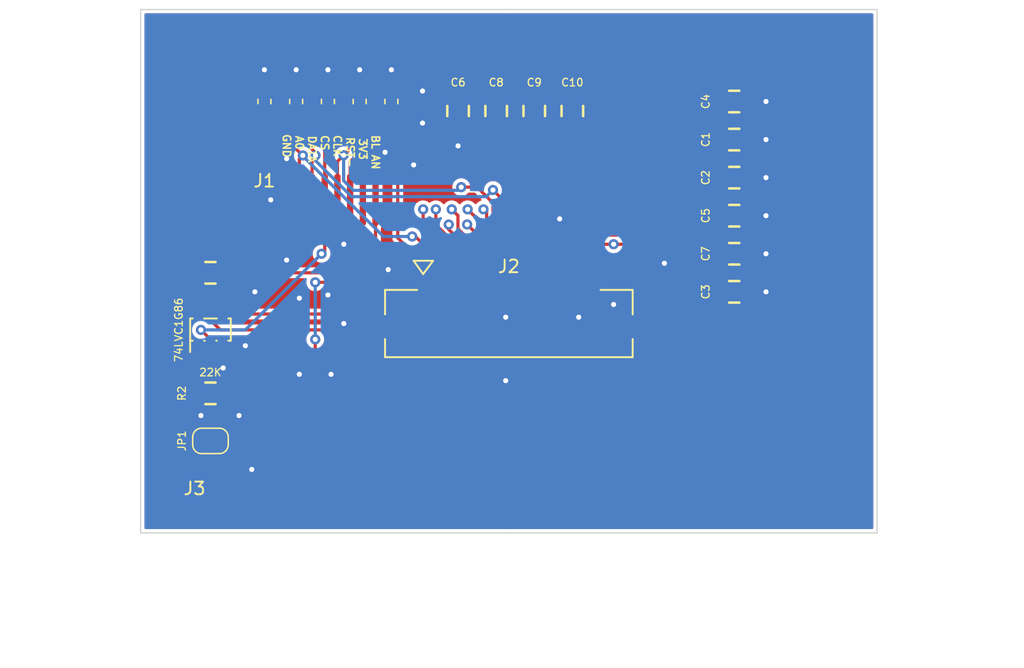
<source format=kicad_pcb>
(kicad_pcb (version 20211014) (generator pcbnew)
  (layers (0 "F.Cu" signal) (31 "B.Cu" signal) (34 "B.Paste" user) (35 "F.Paste" user) (36 "B.SilkS" user "B.Silkscreen") (37 "F.SilkS" user "F.Silkscreen") (38 "B.Mask" user) (39 "F.Mask" user) (44 "Edge.Cuts" user))
  (net 0 "")
  (net 1 "Net-(JP1-Pad2)")
  (net 2 "3V3")
  (net 3 "chip_select")
  (net 4 "/~{chip_select}")
  (net 5 "VCC")
  (net 6 "backlight_anode")
  (net 7 "~{reset}")
  (net 8 "A0")
  (net 9 "CLK")
  (net 10 "DATA")
  (net 11 "GND")
  (net 12 "Net-(C1-Pad2)")
  (net 13 "Net-(C2-Pad1)")
  (net 14 "Net-(C4-Pad2)")
  (net 15 "Net-(C5-Pad1)")
  (net 16 "Net-(C6-Pad2)")
  (net 17 "Net-(C7-Pad1)")
  (net 18 "Net-(C8-Pad1)")
  (net 19 "Net-(C8-Pad2)")
  (net 20 "Net-(C9-Pad2)")
  (net 21 "Net-(C10-Pad1)")
  (net 22 "Net-(C10-Pad2)")
  (net 23 "/D0 vdd or float")
  (net 24 "/E")
  (net 25 "/D1")
  (net 26 "/D2")
  (net 27 "/D3")
  (net 28 "/D4")
  (net 29 "/D5")
  (footprint "PROJECT_SPECIFIC:solder_pads_8x4mmx0.5mm_p1.0mm" (layer "F.Cu") (at 105 91.75)
    (fp_text reference "J1" (at -1.75 -1.5 unlocked) (layer "F.SilkS"))
    (fp_text value "Conn_01x08_Female")
    (pad "1" smd rect (at 0 0 90) (size 4 0.5) (layers "F.Cu" "F.Paste" "F.Mask") (net 11 "GND"))
    (pad "2" smd roundrect (at 1 0 90) (size 4 0.5) (layers "F.Cu" "F.Paste" "F.Mask") (net 8 "A0"))
    (pad "3" smd roundrect (at 2 0 90) (size 4 0.5) (layers "F.Cu" "F.Paste" "F.Mask") (net 10 "DATA"))
    (pad "4" smd roundrect (at 3 0 90) (size 4 0.5) (layers "F.Cu" "F.Paste" "F.Mask") (net 3 "chip_select"))
    (pad "5" smd roundrect (at 4 0 90) (size 4 0.5) (layers "F.Cu" "F.Paste" "F.Mask") (net 9 "CLK"))
    (pad "6" smd roundrect (at 5 0 90) (size 4 0.5) (layers "F.Cu" "F.Paste" "F.Mask") (net 7 "~{reset}"))
    (pad "7" smd roundrect (at 6 0 90) (size 4 0.5) (layers "F.Cu" "F.Paste" "F.Mask") (net 2 "3V3"))
    (pad "8" smd roundrect (at 7 0 90) (size 4 0.5) (layers "F.Cu" "F.Paste" "F.Mask") (net 6 "backlight_anode"))
  )
  (footprint "PROJECT_SPECIFIC:SOT-23-5" (layer "F.Cu") (at 99 102)
    (fp_text reference "U1" hide)
    (fp_text value "74LVC1G86" (at -2.5 0 90) (layer "F.SilkS") (effects (font (size 0.6 0.6) (thickness 0.1))))
    (fp_line (start -1.4 -0.9) (end -1.6 -0.9) (layer "F.SilkS") (width 0.15))
    (fp_line (start -0.5 -0.9) (end 0.5 -0.9) (layer "F.SilkS") (width 0.15))
    (fp_line (start 1.4 0.85) (end 1.6 0.85) (layer "F.SilkS") (width 0.15))
    (fp_line (start -1.6 -0.9) (end -1.6 1.75) (layer "F.SilkS") (width 0.15))
    (fp_line (start 1.6 -0.9) (end 1.6 0.85) (layer "F.SilkS") (width 0.15))
    (fp_line (start 1.4 -0.9) (end 1.6 -0.9) (layer "F.SilkS") (width 0.15))
    (fp_line (start 0.45 0.85) (end 0.5 0.85) (layer "F.SilkS") (width 0.15))
    (fp_line (start -0.45 0.85) (end -0.5 0.85) (layer "F.SilkS") (width 0.15))
    (fp_line (start -1.4 0.85) (end -1.6 0.85) (layer "F.SilkS") (width 0.15))
    (pad "1" smd rect (at -0.95 1.25) (size 0.6 1) (layers "F.Cu" "F.Mask") (net 1 "Net-(JP1-Pad2)"))
    (pad "2" smd rect (at 0 1.25) (size 0.6 1) (layers "F.Cu" "F.Mask") (net 3 "chip_select"))
    (pad "3" smd rect (at 0.95 1.25) (size 0.6 1) (layers "F.Cu" "F.Mask") (net 11 "GND"))
    (pad "4" smd rect (at 0.95 -1.25) (size 0.6 1) (layers "F.Cu" "F.Mask") (net 4 "/~{chip_select}"))
    (pad "5" smd rect (at -0.95 -1.25) (size 0.6 1) (layers "F.Cu" "F.Mask") (net 5 "VCC"))
  )
  (footprint "PROJECT_SPECIFIC:C_0603_1608Metric_Pad1.0x1.1mm_HandSolder" (layer "F.Cu") (at 103.25 84 90)
    (fp_text reference "C15" hide)
    (fp_text value "emc" hide)
    (fp_line (start -0.171267 0.51) (end 0.171267 0.51) (layer "F.SilkS") (width 0.12))
    (fp_line (start -0.171267 -0.51) (end 0.171267 -0.51) (layer "F.SilkS") (width 0.12))
    (pad "1" smd roundrect (at -0.825 0 90) (size 0.95 1.1) (layers "F.Cu" "F.Paste" "F.Mask") (net 8 "A0"))
    (pad "2" smd roundrect (at 0.825 0 90) (size 0.95 1.1) (layers "F.Cu" "F.Paste" "F.Mask") (net 11 "GND"))
  )
  (footprint "PROJECT_SPECIFIC:R_SM_0805_2012Metric" (layer "F.Cu") (at 99 97.5 180)
    (fp_text reference "R1" hide)
    (fp_text value "0" hide)
    (fp_line (start -0.4 -0.85) (end 0.4 -0.85) (layer "F.SilkS") (width 0.2))
    (fp_line (start -0.4 0.85) (end 0.4 0.85) (layer "F.SilkS") (width 0.2))
    (pad "1" smd roundrect locked (at -0.95 0 180) (size 0.9 1.5) (layers "F.Cu" "F.Paste" "F.Mask") (net 2 "3V3"))
    (pad "2" smd roundrect locked (at 0.95 0 180) (size 0.9 1.5) (layers "F.Cu" "F.Paste" "F.Mask") (net 5 "VCC"))
  )
  (footprint "PROJECT_SPECIFIC:R_SM_0805_2012Metric" (layer "F.Cu") (at 99 107 180)
    (fp_text reference "R2" (at 2.25 0 90) (layer "F.SilkS") (effects (font (size 0.6 0.6) (thickness 0.1))))
    (fp_text value "22K" (at 0 1.65) (layer "F.SilkS") (effects (font (size 0.6 0.6) (thickness 0.1))))
    (fp_line (start -0.4 0.85) (end 0.4 0.85) (layer "F.SilkS") (width 0.2))
    (fp_line (start -0.4 -0.85) (end 0.4 -0.85) (layer "F.SilkS") (width 0.2))
    (pad "1" smd roundrect locked (at -0.95 0 180) (size 0.9 1.5) (layers "F.Cu" "F.Paste" "F.Mask") (net 1 "Net-(JP1-Pad2)"))
    (pad "2" smd roundrect locked (at 0.95 0 180) (size 0.9 1.5) (layers "F.Cu" "F.Paste" "F.Mask") (net 5 "VCC"))
  )
  (footprint "PROJECT_SPECIFIC:C_SM_0805_2012Metric" (layer "F.Cu") (at 140.25 99 180)
    (fp_text reference "C3" (at 2.25 0 90) (layer "F.SilkS") (effects (font (size 0.6 0.6) (thickness 0.1))))
    (fp_text value "1UF 25V" hide)
    (fp_line (start -0.4 0.85) (end 0.4 0.85) (layer "F.SilkS") (width 0.2))
    (fp_line (start -0.4 -0.85) (end 0.4 -0.85) (layer "F.SilkS") (width 0.2))
    (pad "1" smd roundrect locked (at -0.95 0 180) (size 0.9 1.5) (layers "F.Cu" "F.Paste" "F.Mask") (net 11 "GND"))
    (pad "2" smd roundrect locked (at 0.95 0 180) (size 0.9 1.5) (layers "F.Cu" "F.Paste" "F.Mask") (net 5 "VCC"))
  )
  (footprint "PROJECT_SPECIFIC:C_SM_0805_2012Metric" (layer "F.Cu") (at 140.25 90)
    (fp_text reference "C2" (at -2.25 0 270) (layer "F.SilkS") (effects (font (size 0.6 0.6) (thickness 0.1))))
    (fp_text value "1UF 25V" hide)
    (fp_line (start -0.4 -0.85) (end 0.4 -0.85) (layer "F.SilkS") (width 0.2))
    (fp_line (start -0.4 0.85) (end 0.4 0.85) (layer "F.SilkS") (width 0.2))
    (pad "1" smd roundrect locked (at -0.95 0) (size 0.9 1.5) (layers "F.Cu" "F.Paste" "F.Mask") (net 13 "Net-(C2-Pad1)"))
    (pad "2" smd roundrect locked (at 0.95 0) (size 0.9 1.5) (layers "F.Cu" "F.Paste" "F.Mask") (net 11 "GND"))
  )
  (footprint "PROJECT_SPECIFIC:C_0603_1608Metric_Pad1.0x1.1mm_HandSolder" (layer "F.Cu") (at 108.25 84 90)
    (fp_text reference "C13" hide)
    (fp_text value "emc" hide)
    (fp_line (start -0.171267 -0.51) (end 0.171267 -0.51) (layer "F.SilkS") (width 0.12))
    (fp_line (start -0.171267 0.51) (end 0.171267 0.51) (layer "F.SilkS") (width 0.12))
    (pad "1" smd roundrect (at -0.825 0 90) (size 0.95 1.1) (layers "F.Cu" "F.Paste" "F.Mask") (net 3 "chip_select"))
    (pad "2" smd roundrect (at 0.825 0 90) (size 0.95 1.1) (layers "F.Cu" "F.Paste" "F.Mask") (net 11 "GND"))
  )
  (footprint "PROJECT_SPECIFIC:C_0603_1608Metric_Pad1.0x1.1mm_HandSolder" (layer "F.Cu") (at 113.25 84 90)
    (fp_text reference "C11" hide)
    (fp_text value "emc" hide)
    (fp_line (start -0.171267 0.51) (end 0.171267 0.51) (layer "F.SilkS") (width 0.12))
    (fp_line (start -0.171267 -0.51) (end 0.171267 -0.51) (layer "F.SilkS") (width 0.12))
    (pad "1" smd roundrect (at -0.825 0 90) (size 0.95 1.1) (layers "F.Cu" "F.Paste" "F.Mask") (net 7 "~{reset}"))
    (pad "2" smd roundrect (at 0.825 0 90) (size 0.95 1.1) (layers "F.Cu" "F.Paste" "F.Mask") (net 11 "GND"))
  )
  (footprint "PROJECT_SPECIFIC:C_SM_0805_2012Metric" (layer "F.Cu") (at 121.5 84.75 -90)
    (fp_text reference "C8" (at -2.25 0 180) (layer "F.SilkS") (effects (font (size 0.6 0.6) (thickness 0.1))))
    (fp_text value "1UF 25V" hide)
    (fp_line (start -0.4 0.85) (end 0.4 0.85) (layer "F.SilkS") (width 0.2))
    (fp_line (start -0.4 -0.85) (end 0.4 -0.85) (layer "F.SilkS") (width 0.2))
    (pad "1" smd roundrect locked (at -0.95 0 270) (size 0.9 1.5) (layers "F.Cu" "F.Paste" "F.Mask") (net 18 "Net-(C8-Pad1)"))
    (pad "2" smd roundrect locked (at 0.95 0 270) (size 0.9 1.5) (layers "F.Cu" "F.Paste" "F.Mask") (net 19 "Net-(C8-Pad2)"))
  )
  (footprint "PROJECT_SPECIFIC:C_0603_1608Metric_Pad1.0x1.1mm_HandSolder" (layer "F.Cu") (at 110.75 84 90)
    (fp_text reference "C12" hide)
    (fp_text value "emc" hide)
    (fp_line (start -0.171267 0.51) (end 0.171267 0.51) (layer "F.SilkS") (width 0.12))
    (fp_line (start -0.171267 -0.51) (end 0.171267 -0.51) (layer "F.SilkS") (width 0.12))
    (pad "1" smd roundrect (at -0.825 0 90) (size 0.95 1.1) (layers "F.Cu" "F.Paste" "F.Mask") (net 9 "CLK"))
    (pad "2" smd roundrect (at 0.825 0 90) (size 0.95 1.1) (layers "F.Cu" "F.Paste" "F.Mask") (net 11 "GND"))
  )
  (footprint "PROJECT_SPECIFIC:CON_5051102891_MOL" (layer "F.Cu") (at 122.5 101.5)
    (fp_text reference "J2" (at 0 -4.5 unlocked) (layer "F.SilkS"))
    (fp_text value "Conn_01x28")
    (fp_line (start 9.749981 -0.72004) (end 9.749981 -2.65) (layer "F.SilkS") (width 0.1524))
    (fp_line (start -9.749981 2.65) (end 9.749981 2.65) (layer "F.SilkS") (width 0.1524))
    (fp_line (start -7.220039 -2.65) (end -9.749981 -2.65) (layer "F.SilkS") (width 0.1524))
    (fp_line (start -7.498501 -4.95) (end -6.75 -3.9) (layer "F.SilkS") (width 0.1524))
    (fp_line (start -5.964999 -4.95) (end -6.75 -3.9) (layer "F.SilkS") (width 0.1524))
    (fp_line (start 9.749981 2.65) (end 9.749981 1.220039) (layer "F.SilkS") (width 0.1524))
    (fp_line (start -7.498501 -4.95) (end -5.964999 -4.95) (layer "F.SilkS") (width 0.1524))
    (fp_line (start 9.749981 -2.65) (end 7.220042 -2.65) (layer "F.SilkS") (width 0.1524))
    (fp_line (start -9.749981 1.220039) (end -9.749981 2.65) (layer "F.SilkS") (width 0.1524))
    (fp_line (start -9.749981 -2.65) (end -9.749981 -0.72004) (layer "F.SilkS") (width 0.1524))
    (pad "1" smd rect (at -6.749999 -2.8) (size 0.3 1.4) (layers "F.Cu" "F.Paste" "F.Mask") (net 4 "/~{chip_select}"))
    (pad "2" smd rect (at -6.249998 -2.8) (size 0.3 1.4) (layers "F.Cu" "F.Paste" "F.Mask") (net 7 "~{reset}"))
    (pad "3" smd rect (at -5.749999 -2.8) (size 0.3 1.4) (layers "F.Cu" "F.Paste" "F.Mask") (net 8 "A0"))
    (pad "4" smd rect (at -5.25 -2.8) (size 0.3 1.4) (layers "F.Cu" "F.Paste" "F.Mask") (net 11 "GND"))
    (pad "5" smd rect (at -4.749998 -2.8) (size 0.3 1.4) (layers "F.Cu" "F.Paste" "F.Mask") (net 24 "/E"))
    (pad "6" smd rect (at -4.249999 -2.8) (size 0.3 1.4) (layers "F.Cu" "F.Paste" "F.Mask") (net 23 "/D0 vdd or float"))
    (pad "7" smd rect (at -3.749998 -2.8) (size 0.3 1.4) (layers "F.Cu" "F.Paste" "F.Mask") (net 25 "/D1"))
    (pad "8" smd rect (at -3.249999 -2.8) (size 0.3 1.4) (layers "F.Cu" "F.Paste" "F.Mask") (net 26 "/D2"))
    (pad "9" smd rect (at -2.75 -2.8) (size 0.3 1.4) (layers "F.Cu" "F.Paste" "F.Mask") (net 27 "/D3"))
    (pad "10" smd rect (at -2.249998 -2.8) (size 0.3 1.4) (layers "F.Cu" "F.Paste" "F.Mask") (net 28 "/D4"))
    (pad "11" smd rect (at -1.749999 -2.8) (size 0.3 1.4) (layers "F.Cu" "F.Paste" "F.Mask") (net 29 "/D5"))
    (pad "12" smd rect (at -1.25 -2.8) (size 0.3 1.4) (layers "F.Cu" "F.Paste" "F.Mask") (net 9 "CLK"))
    (pad "13" smd rect (at -0.749998 -2.8) (size 0.3 1.4) (layers "F.Cu" "F.Paste" "F.Mask") (net 10 "DATA"))
    (pad "14" smd rect (at -0.25 -2.8) (size 0.3 1.4) (layers "F.Cu" "F.Paste" "F.Mask") (net 11 "GND"))
    (pad "15" smd rect (at 0.250002 -2.8) (size 0.3 1.4) (layers "F.Cu" "F.Paste" "F.Mask") (net 16 "Net-(C6-Pad2)"))
    (pad "16" smd rect (at 0.750001 -2.8) (size 0.3 1.4) (layers "F.Cu" "F.Paste" "F.Mask") (net 19 "Net-(C8-Pad2)"))
    (pad "17" smd rect (at 1.25 -2.8) (size 0.3 1.4) (layers "F.Cu" "F.Paste" "F.Mask") (net 18 "Net-(C8-Pad1)"))
    (pad "18" smd rect (at 1.750002 -2.8) (size 0.3 1.4) (layers "F.Cu" "F.Paste" "F.Mask") (net 20 "Net-(C9-Pad2)"))
    (pad "19" smd rect (at 2.250001 -2.8) (size 0.3 1.4) (layers "F.Cu" "F.Paste" "F.Mask") (net 21 "Net-(C10-Pad1)"))
    (pad "20" smd rect (at 2.750002 -2.8) (size 0.3 1.4) (layers "F.Cu" "F.Paste" "F.Mask") (net 22 "Net-(C10-Pad2)"))
    (pad "21" smd rect (at 3.250001 -2.8) (size 0.3 1.4) (layers "F.Cu" "F.Paste" "F.Mask") (net 14 "Net-(C4-Pad2)"))
    (pad "22" smd rect (at 3.75 -2.8) (size 0.3 1.4) (layers "F.Cu" "F.Paste" "F.Mask") (net 12 "Net-(C1-Pad2)"))
    (pad "23" smd rect (at 4.250002 -2.8) (size 0.3 1.4) (layers "F.Cu" "F.Paste" "F.Mask") (net 13 "Net-(C2-Pad1)"))
    (pad "24" smd rect (at 4.750001 -2.8) (size 0.3 1.4) (layers "F.Cu" "F.Paste" "F.Mask") (net 15 "Net-(C5-Pad1)"))
    (pad "25" smd rect (at 5.250002 -2.8) (size 0.3 1.4) (layers "F.Cu" "F.Paste" "F.Mask") (net 17 "Net-(C7-Pad1)"))
    (pad "26" smd rect (at 5.750001 -2.8) (size 0.3 1.4) (layers "F.Cu" "F.Paste" "F.Mask") (net 5 "VCC"))
    (pad "27" smd rect (at 6.25 -2.8) (size 0.3 1.4) (layers "F.Cu" "F.Paste" "F.Mask") (net 11 "GND"))
    (pad "28" smd rect (at 6.750002 -2.8) (size 0.3 1.4) (layers "F.Cu" "F.Paste" "F.Mask") (net 5 "VCC"))
    (pad "P1" smd rect (at -9.049986 0.249999) (size 2 1.3) (layers "F.Cu" "F.Paste" "F.Mask"))
    (pad "P2" smd rect (at 9.049986 0.249999) (size 2 1.3) (layers "F.Cu" "F.Paste" "F.Mask"))
  )
  (footprint "PROJECT_SPECIFIC:C_SM_0805_2012Metric" (layer "F.Cu") (at 140.25 96)
    (fp_text reference "C7" (at -2.25 0 90) (layer "F.SilkS") (effects (font (size 0.6 0.6) (thickness 0.1))))
    (fp_text value "1UF 25V" hide)
    (fp_line (start -0.4 -0.85) (end 0.4 -0.85) (layer "F.SilkS") (width 0.2))
    (fp_line (start -0.4 0.85) (end 0.4 0.85) (layer "F.SilkS") (width 0.2))
    (pad "1" smd roundrect locked (at -0.95 0) (size 0.9 1.5) (layers "F.Cu" "F.Paste" "F.Mask") (net 17 "Net-(C7-Pad1)"))
    (pad "2" smd roundrect locked (at 0.95 0) (size 0.9 1.5) (layers "F.Cu" "F.Paste" "F.Mask") (net 11 "GND"))
  )
  (footprint "PROJECT_SPECIFIC:solder_pads_2x4mmx0.5mm_p1.0mm" (layer "F.Cu") (at 100.25 114.5)
    (fp_text reference "J3" (at -2.5 0 unlocked) (layer "F.SilkS"))
    (fp_text value "Conn_01x02_Female")
    (pad "1" smd rect (at 0 0 90) (size 1.5 1.5) (layers "F.Cu" "F.Paste" "F.Mask") (net 6 "backlight_anode"))
    (pad "2" smd circle (at 3.5 0 90) (size 1.5 1.5) (layers "F.Cu" "F.Paste" "F.Mask") (net 11 "GND"))
  )
  (footprint "PROJECT_SPECIFIC:C_SM_0805_2012Metric" (layer "F.Cu") (at 140.25 93)
    (fp_text reference "C5" (at -2.25 0 90) (layer "F.SilkS") (effects (font (size 0.6 0.6) (thickness 0.1))))
    (fp_text value "1UF 25V" hide)
    (fp_line (start -0.4 0.85) (end 0.4 0.85) (layer "F.SilkS") (width 0.2))
    (fp_line (start -0.4 -0.85) (end 0.4 -0.85) (layer "F.SilkS") (width 0.2))
    (pad "1" smd roundrect locked (at -0.95 0) (size 0.9 1.5) (layers "F.Cu" "F.Paste" "F.Mask") (net 15 "Net-(C5-Pad1)"))
    (pad "2" smd roundrect locked (at 0.95 0) (size 0.9 1.5) (layers "F.Cu" "F.Paste" "F.Mask") (net 11 "GND"))
  )
  (footprint "PROJECT_SPECIFIC:C_SM_0805_2012Metric" (layer "F.Cu") (at 124.5 84.75 -90)
    (fp_text reference "C9" (at -2.25 0 180) (layer "F.SilkS") (effects (font (size 0.6 0.6) (thickness 0.1))))
    (fp_text value "1UF 25V" hide)
    (fp_line (start -0.4 -0.85) (end 0.4 -0.85) (layer "F.SilkS") (width 0.2))
    (fp_line (start -0.4 0.85) (end 0.4 0.85) (layer "F.SilkS") (width 0.2))
    (pad "1" smd roundrect locked (at -0.95 0 270) (size 0.9 1.5) (layers "F.Cu" "F.Paste" "F.Mask") (net 18 "Net-(C8-Pad1)"))
    (pad "2" smd roundrect locked (at 0.95 0 270) (size 0.9 1.5) (layers "F.Cu" "F.Paste" "F.Mask") (net 20 "Net-(C9-Pad2)"))
  )
  (footprint "PROJECT_SPECIFIC:C_0603_1608Metric_Pad1.0x1.1mm_HandSolder" (layer "F.Cu") (at 105.75 84 90)
    (fp_text reference "C14" hide)
    (fp_text value "emc" hide)
    (fp_line (start -0.171267 -0.51) (end 0.171267 -0.51) (layer "F.SilkS") (width 0.12))
    (fp_line (start -0.171267 0.51) (end 0.171267 0.51) (layer "F.SilkS") (width 0.12))
    (pad "1" smd roundrect (at -0.825 0 90) (size 0.95 1.1) (layers "F.Cu" "F.Paste" "F.Mask") (net 10 "DATA"))
    (pad "2" smd roundrect (at 0.825 0 90) (size 0.95 1.1) (layers "F.Cu" "F.Paste" "F.Mask") (net 11 "GND"))
  )
  (footprint "PROJECT_SPECIFIC:SolderJumper-2_P1.3mm_Open_RoundedPad1.0x1.5mm" (layer "F.Cu") (at 99 110.75)
    (fp_text reference "JP1" (at -2.25 0 90) (layer "F.SilkS") (effects (font (size 0.6 0.6) (thickness 0.1))))
    (fp_text value "SolderJumper_2_Open" hide)
    (fp_line (start 1.4 -0.300001) (end 1.4 0.300001) (layer "F.SilkS") (width 0.12))
    (fp_line (start -0.7 -1) (end 0.7 -1) (layer "F.SilkS") (width 0.12))
    (fp_line (start -1.4 0.300001) (end -1.4 -0.300001) (layer "F.SilkS") (width 0.12))
    (fp_line (start 0.7 1) (end -0.7 1) (layer "F.SilkS") (width 0.12))
    (fp_arc (start 1.4 0.3) (mid 1.194975 0.794975) (end 0.7 1) (layer "F.SilkS") (width 0.12))
    (fp_arc (start -0.699999 1) (mid -1.194974 0.794975) (end -1.4 0.300001) (layer "F.SilkS") (width 0.12))
    (fp_arc (start 0.699999 -1) (mid 1.194974 -0.794975) (end 1.4 -0.300001) (layer "F.SilkS") (width 0.12))
    (fp_arc (start -1.4 -0.3) (mid -1.194975 -0.794975) (end -0.7 -1) (layer "F.SilkS") (width 0.12))
    (pad "1" smd custom locked (at -0.649999 0) (size 1 0.5) (layers "F.Cu" "F.Mask") (net 11 "GND") (options (clearance outline) (anchor rect)) (primitives (gr_circle (center 0 0.25) (end 0.5 0.25) (width 0) (fill yes)) (gr_circle (center 0 -0.25) (end 0.5 -0.25) (width 0) (fill yes)) (gr_poly (pts (xy 0 -0.75) (xy 0.5 -0.75) (xy 0.5 0.75) (xy 0 0.75)) (width 0) (fill yes))))
    (pad "2" smd custom locked (at 0.649999 0) (size 1 0.5) (layers "F.Cu" "F.Mask") (net 1 "Net-(JP1-Pad2)") (options (clearance outline) (anchor rect)) (primitives (gr_circle (center 0 0.25) (end 0.5 0.25) (width 0) (fill yes)) (gr_circle (center 0 -0.25) (end 0.5 -0.25) (width 0) (fill yes)) (gr_poly (pts (xy 0 -0.75) (xy -0.5 -0.75) (xy -0.5 0.75) (xy 0 0.75)) (width 0) (fill yes))))
  )
  (footprint "PROJECT_SPECIFIC:C_SM_0805_2012Metric" (layer "F.Cu") (at 118.5 84.75 90)
    (fp_text reference "C6" (at 2.25 0 180) (layer "F.SilkS") (effects (font (size 0.6 0.6) (thickness 0.1))))
    (fp_text value "1UF 25V" hide)
    (fp_line (start -0.4 -0.85) (end 0.4 -0.85) (layer "F.SilkS") (width 0.2))
    (fp_line (start -0.4 0.85) (end 0.4 0.85) (layer "F.SilkS") (width 0.2))
    (pad "1" smd roundrect locked (at -0.95 0 90) (size 0.9 1.5) (layers "F.Cu" "F.Paste" "F.Mask") (net 11 "GND"))
    (pad "2" smd roundrect locked (at 0.95 0 90) (size 0.9 1.5) (layers "F.Cu" "F.Paste" "F.Mask") (net 16 "Net-(C6-Pad2)"))
  )
  (footprint "PROJECT_SPECIFIC:C_SM_0805_2012Metric" (layer "F.Cu") (at 140.25 84 180)
    (fp_text reference "C4" (at 2.25 0 90) (layer "F.SilkS") (effects (font (size 0.6 0.6) (thickness 0.1))))
    (fp_text value "1UF 25V" hide)
    (fp_line (start -0.4 0.85) (end 0.4 0.85) (layer "F.SilkS") (width 0.2))
    (fp_line (start -0.4 -0.85) (end 0.4 -0.85) (layer "F.SilkS") (width 0.2))
    (pad "1" smd roundrect locked (at -0.95 0 180) (size 0.9 1.5) (layers "F.Cu" "F.Paste" "F.Mask") (net 11 "GND"))
    (pad "2" smd roundrect locked (at 0.95 0 180) (size 0.9 1.5) (layers "F.Cu" "F.Paste" "F.Mask") (net 14 "Net-(C4-Pad2)"))
  )
  (footprint "PROJECT_SPECIFIC:C_SM_0805_2012Metric" (layer "F.Cu") (at 140.25 87 180)
    (fp_text reference "C1" (at 2.25 0 90) (layer "F.SilkS") (effects (font (size 0.6 0.6) (thickness 0.1))))
    (fp_text value "1UF 25V" hide)
    (fp_line (start -0.4 0.85) (end 0.4 0.85) (layer "F.SilkS") (width 0.2))
    (fp_line (start -0.4 -0.85) (end 0.4 -0.85) (layer "F.SilkS") (width 0.2))
    (pad "1" smd roundrect locked (at -0.95 0 180) (size 0.9 1.5) (layers "F.Cu" "F.Paste" "F.Mask") (net 11 "GND"))
    (pad "2" smd roundrect locked (at 0.95 0 180) (size 0.9 1.5) (layers "F.Cu" "F.Paste" "F.Mask") (net 12 "Net-(C1-Pad2)"))
  )
  (footprint "PROJECT_SPECIFIC:C_SM_0805_2012Metric" (layer "F.Cu") (at 127.5 84.75 -90)
    (fp_text reference "C10" (at -2.25 0 180) (layer "F.SilkS") (effects (font (size 0.6 0.6) (thickness 0.1))))
    (fp_text value "1UF 25V" hide)
    (fp_line (start -0.4 0.85) (end 0.4 0.85) (layer "F.SilkS") (width 0.2))
    (fp_line (start -0.4 -0.85) (end 0.4 -0.85) (layer "F.SilkS") (width 0.2))
    (pad "1" smd roundrect locked (at -0.95 0 270) (size 0.9 1.5) (layers "F.Cu" "F.Paste" "F.Mask") (net 21 "Net-(C10-Pad1)"))
    (pad "2" smd roundrect locked (at 0.95 0 270) (size 0.9 1.5) (layers "F.Cu" "F.Paste" "F.Mask") (net 22 "Net-(C10-Pad2)"))
  )
  (gr_line (start 122.5 118) (end 151.5 118) (layer "Edge.Cuts") (width 0.1))
  (gr_line (start 122.5 76.75) (end 151.5 76.75) (layer "Edge.Cuts") (width 0.1))
  (gr_line (start 122.5 118) (end 93.5 118) (layer "Edge.Cuts") (width 0.1))
  (gr_line (start 93.5 76.75) (end 93.5 118) (layer "Edge.Cuts") (width 0.1))
  (gr_line (start 151.5 76.75) (end 151.5 118) (layer "Edge.Cuts") (width 0.1))
  (gr_line (start 122.5 76.75) (end 93.5 76.75) (layer "Edge.Cuts") (width 0.1))
  (gr_text "RST-" (at 110 88 270) (layer "F.SilkS") (effects (font (size 0.6 0.6) (thickness 0.125))))
  (gr_text "CS" (at 108 87.25 270) (layer "F.SilkS") (effects (font (size 0.6 0.6) (thickness 0.125))))
  (gr_text "DATA" (at 107 87.75 270) (layer "F.SilkS") (effects (font (size 0.6 0.6) (thickness 0.125))))
  (gr_text "A0" (at 106 87.25 270) (layer "F.SilkS") (effects (font (size 0.6 0.6) (thickness 0.125))))
  (gr_text "CLK" (at 109 87.5 270) (layer "F.SilkS") (effects (font (size 0.6 0.6) (thickness 0.125))))
  (gr_text "GND" (at 105 87.5 270) (layer "F.SilkS") (effects (font (size 0.6 0.6) (thickness 0.125))))
  (gr_text "BL AN" (at 112 88 270) (layer "F.SilkS") (effects (font (size 0.6 0.6) (thickness 0.125))))
  (gr_text "3V3" (at 111 87.75 270) (layer "F.SilkS") (effects (font (size 0.6 0.6) (thickness 0.125))))
  (segment (start 98.05 103.25) (end 98.05 104.55) (width 0.25) (layer "F.Cu") (net 1))
  (segment (start 99.95 106.45) (end 99.95 107) (width 0.25) (layer "F.Cu") (net 1))
  (segment (start 99.649999 108.100001) (end 99.649999 110.75) (width 0.25) (layer "F.Cu") (net 1))
  (segment (start 99.95 107) (end 99.95 107.8) (width 0.25) (layer "F.Cu") (net 1))
  (segment (start 99.95 107.8) (end 99.649999 108.100001) (width 0.25) (layer "F.Cu") (net 1))
  (segment (start 98.05 104.55) (end 99.95 106.45) (width 0.25) (layer "F.Cu") (net 1))
  (segment (start 108.75 97.5) (end 99.95 97.5) (width 0.25) (layer "F.Cu") (net 2))
  (segment (start 111 95.25) (end 108.75 97.5) (width 0.25) (layer "F.Cu") (net 2))
  (segment (start 111 91.75) (end 111 95.25) (width 0.25) (layer "F.Cu") (net 2))
  (segment (start 108.25 84.825) (end 108 85.075) (width 0.25) (layer "F.Cu") (net 3))
  (segment (start 108 95.75) (end 107.75 96) (width 0.25) (layer "F.Cu") (net 3))
  (segment (start 108 85.075) (end 108 91.75) (width 0.25) (layer "F.Cu") (net 3))
  (segment (start 99 102.75) (end 98.25 102) (width 0.25) (layer "F.Cu") (net 3))
  (segment (start 99 103.25) (end 99 102.75) (width 0.25) (layer "F.Cu") (net 3))
  (segment (start 108 91.75) (end 108 95.75) (width 0.25) (layer "F.Cu") (net 3))
  (via (at 107.75 96) (size 0.8) (drill 0.4) (layers "F.Cu" "B.Cu") (net 3))
  (via (at 98.25 102) (size 0.8) (drill 0.4) (layers "F.Cu" "B.Cu") (net 3))
  (segment (start 101.75 102) (end 98.25 102) (width 0.25) (layer "B.Cu") (net 3))
  (segment (start 107.75 96) (end 101.75 102) (width 0.25) (layer "B.Cu") (net 3))
  (segment (start 99.95 100.75) (end 108.25 100.75) (width 0.25) (layer "F.Cu") (net 4))
  (segment (start 108.25 100.75) (end 109.95 99.05) (width 0.25) (layer "F.Cu") (net 4))
  (segment (start 109.95 99.05) (end 115.500001 99.05) (width 0.25) (layer "F.Cu") (net 4))
  (segment (start 115.500001 99.05) (end 115.750001 98.8) (width 0.25) (layer "F.Cu") (net 4))
  (segment (start 108.25 102) (end 99.774598 102) (width 0.25) (layer "F.Cu") (net 5))
  (segment (start 126.024598 104.5) (end 110.75 104.5) (width 0.25) (layer "F.Cu") (net 5))
  (segment (start 138.5 99) (end 139.3 99) (width 0.25) (layer "F.Cu") (net 5))
  (segment (start 98.05 97.5) (end 98.05 100.75) (width 0.25) (layer "F.Cu") (net 5))
  (segment (start 128.250001 96.999999) (end 130 95.25) (width 0.25) (layer "F.Cu") (net 5))
  (segment (start 97.3 101.5) (end 97.3 106.25) (width 0.25) (layer "F.Cu") (net 5))
  (segment (start 129.250002 98.8) (end 129.250002 101.274596) (width 0.25) (layer "F.Cu") (net 5))
  (segment (start 110.75 104.5) (end 108.25 102) (width 0.25) (layer "F.Cu") (net 5))
  (segment (start 97.3 106.25) (end 98.05 107) (width 0.25) (layer "F.Cu") (net 5))
  (segment (start 129.250002 101.274596) (end 126.024598 104.5) (width 0.25) (layer "F.Cu") (net 5))
  (segment (start 128.250001 99.05) (end 128.250001 96.999999) (width 0.25) (layer "F.Cu") (net 5))
  (segment (start 98.524598 100.75) (end 98.05 100.75) (width 0.25) (layer "F.Cu") (net 5))
  (segment (start 98.05 100.75) (end 97.3 101.5) (width 0.25) (layer "F.Cu") (net 5))
  (segment (start 129.300002 98.75) (end 129.250002 98.8) (width 0.25) (layer "F.Cu") (net 5))
  (segment (start 138.5 99) (end 134.75 95.25) (width 0.25) (layer "F.Cu") (net 5))
  (segment (start 138.25 98.75) (end 129.300002 98.75) (width 0.25) (layer "F.Cu") (net 5))
  (segment (start 99.774598 102) (end 98.524598 100.75) (width 0.25) (layer "F.Cu") (net 5))
  (segment (start 130 95.25) (end 130.75 95.25) (width 0.25) (layer "F.Cu") (net 5))
  (segment (start 138.5 99) (end 138.25 98.75) (width 0.25) (layer "F.Cu") (net 5))
  (segment (start 134.75 95.25) (end 130.75 95.25) (width 0.25) (layer "F.Cu") (net 5))
  (via (at 130.75 95.25) (size 0.8) (drill 0.4) (layers "F.Cu" "B.Cu") (net 5))
  (segment (start 100.25 114.5) (end 100.25 113) (width 0.25) (layer "F.Cu") (net 6))
  (segment (start 107.25 106) (end 107.25 102.75) (width 0.25) (layer "F.Cu") (net 6))
  (segment (start 112 91.75) (end 112 95.25) (width 0.25) (layer "F.Cu") (net 6))
  (segment (start 112 95.25) (end 109 98.25) (width 0.25) (layer "F.Cu") (net 6))
  (segment (start 109 98.25) (end 107.25 98.25) (width 0.25) (layer "F.Cu") (net 6))
  (segment (start 100.25 113) (end 107.25 106) (width 0.25) (layer "F.Cu") (net 6))
  (via (at 107.25 102.75) (size 0.8) (drill 0.4) (layers "F.Cu" "B.Cu") (net 6))
  (via (at 107.25 98.25) (size 0.8) (drill 0.4) (layers "F.Cu" "B.Cu") (net 6))
  (segment (start 107.25 102.75) (end 107.25 98.25) (width 0.25) (layer "B.Cu") (net 6))
  (segment (start 113.75 94.75) (end 116.250002 97.250002) (width 0.25) (layer "F.Cu") (net 7))
  (segment (start 113.25 85.5) (end 113.75 86) (width 0.25) (layer "F.Cu") (net 7))
  (segment (start 113.25 84.825) (end 113.25 85.5) (width 0.25) (layer "F.Cu") (net 7))
  (segment (start 110 88.75) (end 110 91.75) (width 0.25) (layer "F.Cu") (net 7))
  (segment (start 113.75 86) (end 113.75 94.75) (width 0.25) (layer "F.Cu") (net 7))
  (segment (start 113.25 85.5) (end 110 88.75) (width 0.25) (layer "F.Cu") (net 7))
  (segment (start 116.250002 97.250002) (end 116.250002 98.8) (width 0.25) (layer "F.Cu") (net 7))
  (segment (start 106 91.75) (end 106 88.525997) (width 0.25) (layer "F.Cu") (net 8))
  (segment (start 103.25 84.825) (end 103.25 85.25) (width 0.25) (layer "F.Cu") (net 8))
  (segment (start 106 88.525997) (end 106.275997 88.25) (width 0.25) (layer "F.Cu") (net 8))
  (segment (start 116.750001 96.250001) (end 115.137299 94.637299) (width 0.25) (layer "F.Cu") (net 8))
  (segment (start 116.750001 98.8) (end 116.750001 96.250001) (width 0.25) (layer "F.Cu") (net 8))
  (segment (start 115.137299 94.637299) (end 114.887299 94.637299) (width 0.25) (layer "F.Cu") (net 8))
  (segment (start 103.25 85.25) (end 106.25 88.25) (width 0.25) (layer "F.Cu") (net 8))
  (segment (start 106.25 88.25) (end 106.275997 88.25) (width 0.25) (layer "F.Cu") (net 8))
  (via (at 114.887299 94.637299) (size 0.8) (drill 0.4) (layers "F.Cu" "B.Cu") (net 8))
  (via (at 106.275997 88.25) (size 0.8) (drill 0.4) (layers "F.Cu" "B.Cu") (net 8))
  (segment (start 114.887299 94.637299) (end 112.615919 94.637299) (width 0.25) (layer "B.Cu") (net 8))
  (segment (start 106.275997 88.297377) (end 106.275997 88.25) (width 0.25) (layer "B.Cu") (net 8))
  (segment (start 112.615919 94.637299) (end 106.275997 88.297377) (width 0.25) (layer "B.Cu") (net 8))
  (segment (start 109 91.75) (end 109 88.725402) (width 0.25) (layer "F.Cu") (net 9))
  (segment (start 110.75 84.825) (end 110.75 86.975402) (width 0.25) (layer "F.Cu") (net 9))
  (segment (start 109 88.725402) (end 109.487701 88.237701) (width 0.25) (layer "F.Cu") (net 9))
  (segment (start 110.75 86.975402) (end 109.487701 88.237701) (width 0.25) (layer "F.Cu") (net 9))
  (segment (start 121.25 92) (end 120 90.75) (width 0.25) (layer "F.Cu") (net 9))
  (segment (start 121.25 98.8) (end 121.25 92) (width 0.25) (layer "F.Cu") (net 9))
  (segment (start 120 90.75) (end 118.75 90.75) (width 0.25) (layer "F.Cu") (net 9))
  (via (at 109.487701 88.237701) (size 0.8) (drill 0.4) (layers "F.Cu" "B.Cu") (net 9))
  (via (at 118.75 90.75) (size 0.8) (drill 0.4) (layers "F.Cu" "B.Cu") (net 9))
  (segment (start 109.487701 90.237701) (end 109.487701 88.237701) (width 0.25) (layer "B.Cu") (net 9))
  (segment (start 110.25 91) (end 109.487701 90.237701) (width 0.25) (layer "B.Cu") (net 9))
  (segment (start 118.75 90.75) (end 118.5 91) (width 0.25) (layer "B.Cu") (net 9))
  (segment (start 118.5 91) (end 110.25 91) (width 0.25) (layer "B.Cu") (net 9))
  (segment (start 121.750002 91.474502) (end 121.25 90.9745) (width 0.25) (layer "F.Cu") (net 10))
  (segment (start 105.75 84.825) (end 105.75 86.51875) (width 0.25) (layer "F.Cu") (net 10))
  (segment (start 107.2755 88.04425) (end 107.2755 88.25) (width 0.25) (layer "F.Cu") (net 10))
  (segment (start 121.750002 98.8) (end 121.750002 91.474502) (width 0.25) (layer "F.Cu") (net 10))
  (segment (start 105.75 86.51875) (end 107.2755 88.04425) (width 0.25) (layer "F.Cu") (net 10))
  (segment (start 107 91.75) (end 107 88.5255) (width 0.25) (layer "F.Cu") (net 10))
  (segment (start 107 88.5255) (end 107.2755 88.25) (width 0.25) (layer "F.Cu") (net 10))
  (via (at 121.25 90.9745) (size 0.8) (drill 0.4) (layers "F.Cu" "B.Cu") (net 10))
  (via (at 107.2755 88.25) (size 0.8) (drill 0.4) (layers "F.Cu" "B.Cu") (net 10))
  (segment (start 121.25 90.9745) (end 120.7245 91.5) (width 0.25) (layer "B.Cu") (net 10))
  (segment (start 107.2755 88.66119) (end 107.2755 88.25) (width 0.25) (layer "B.Cu") (net 10))
  (segment (start 110.11431 91.5) (end 107.2755 88.66119) (width 0.25) (layer "B.Cu") (net 10))
  (segment (start 120.7245 91.5) (end 110.11431 91.5) (width 0.25) (layer "B.Cu") (net 10))
  (segment (start 99.95 103.25) (end 101.75 103.25) (width 0.25) (layer "F.Cu") (net 11))
  (segment (start 141.2 96) (end 141.2 93) (width 0.25) (layer "F.Cu") (net 11))
  (segment (start 129.5 96.5) (end 134.5 96.5) (width 0.25) (layer "F.Cu") (net 11))
  (segment (start 118.5 86.435605) (end 118.5 87.5) (width 0.25) (layer "F.Cu") (net 11))
  (segment (start 141.2 96) (end 142.75 96) (width 0.25) (layer "F.Cu") (net 11))
  (segment (start 117.25 95.75) (end 114.75615 93.25615) (width 0.25) (layer "F.Cu") (net 11))
  (segment (start 99.95 104.95) (end 100 105) (width 0.25) (layer "F.Cu") (net 11))
  (segment (start 141.2 84) (end 141.2 87) (width 0.25) (layer "F.Cu") (net 11))
  (segment (start 113.25 83.175) (end 115.7 83.175) (width 0.25) (layer "F.Cu") (net 11))
  (segment (start 105 91.75) (end 103.75 91.75) (width 0.25) (layer "F.Cu") (net 11))
  (segment (start 118.5 87.75) (end 120.75 90) (width 0.25) (layer "F.Cu") (net 11))
  (segment (start 141.2 96) (end 141.2 99) (width 0.25) (layer "F.Cu") (net 11))
  (segment (start 114.75 89.25) (end 115 89) (width 0.25) (layer "F.Cu") (net 11))
  (segment (start 121.75 90) (end 122.25 90.5) (width 0.25) (layer "F.Cu") (net 11))
  (segment (start 141.2 93) (end 142.75 93) (width 0.25) (layer "F.Cu") (net 11))
  (segment (start 141.2 90) (end 142.75 90) (width 0.25) (layer "F.Cu") (net 11))
  (segment (start 105.75 83.175) (end 105.75 81.5) (width 0.25) (layer "F.Cu") (net 11))
  (segment (start 120.75 90) (end 121.75 90) (width 0.25) (layer "F.Cu") (net 11))
  (segment (start 103.25 83.175) (end 105.75 83.175) (width 0.25) (layer "F.Cu") (net 11))
  (segment (start 98.25 108.75) (end 98.350001 108.850001) (width 0.25) (layer "F.Cu") (net 11))
  (segment (start 114.75615 93.25615) (end 114.75 93.25615) (width 0.25) (layer "F.Cu") (net 11))
  (segment (start 98.350001 110.75) (end 98.350001 108.850001) (width 0.25) (layer "F.Cu") (net 11))
  (segment (start 118.5 87.5) (end 118.5 87.75) (width 0.25) (layer "F.Cu") (net 11))
  (segment (start 105 91.75) (end 105 96.5) (width 0.25) (layer "F.Cu") (net 11))
  (segment (start 105 91.75) (end 105 88.5) (width 0.25) (layer "F.Cu") (net 11))
  (segment (start 128.75 97.25) (end 129.5 96.5) (width 0.25) (layer "F.Cu") (net 11))
  (segment (start 108.25 83.175) (end 108.25 81.5) (width 0.25) (layer "F.Cu") (net 11))
  (segment (start 122.25 90.5) (end 122.25 101) (width 0.25) (layer "F.Cu") (net 11))
  (segment (start 115.7 85.7) (end 118.5 85.7) (width 0.25) (layer "F.Cu") (net 11))
  (segment (start 113.25 83.175) (end 113.25 81.5) (width 0.25) (layer "F.Cu") (net 11))
  (segment (start 141.2 87) (end 141.2 90) (width 0.25) (layer "F.Cu") (net 11))
  (segment (start 108.25 83.175) (end 105.75 83.175) (width 0.25) (layer "F.Cu") (net 11))
  (segment (start 141.2 87) (end 142.75 87) (width 0.25) (layer "F.Cu") (net 11))
  (segment (start 141.2 93) (end 141.2 90) (width 0.25) (layer "F.Cu") (net 11))
  (segment (start 134.5 96.5) (end 134.75 96.75) (width 0.25) (layer "F.Cu") (net 11))
  (segment (start 115.7 83.175) (end 115.7 85.7) (width 0.25) (layer "F.Cu") (net 11))
  (segment (start 141.2 99) (end 142.75 99) (width 0.25) (layer "F.Cu") (net 11))
  (segment (start 103.25 83.175) (end 103.25 81.5) (width 0.25) (layer "F.Cu") (net 11))
  (segment (start 108.25 83.175) (end 110.75 83.175) (width 0.25) (layer "F.Cu") (net 11))
  (segment (start 117.25 98.8) (end 117.25 95.75) (width 0.25) (layer "F.Cu") (net 11))
  (segment (start 128.75 99.05) (end 128.75 97.25) (width 0.25) (layer "F.Cu") (net 11))
  (segment (start 99.95 103.25) (end 99.95 104.95) (width 0.25) (layer "F.Cu") (net 11))
  (segment (start 141.2 84) (end 142.75 84) (width 0.25) (layer "F.Cu") (net 11))
  (segment (start 103.75 114.5) (end 102.25 113) (width 0.25) (layer "F.Cu") (net 11))
  (segment (start 118.5 85.7) (end 118.5 86.435605) (width 0.25) (layer "F.Cu") (net 11))
  (segment (start 110.75 83.175) (end 110.75 81.5) (width 0.25) (layer "F.Cu") (net 11))
  (segment (start 114.75 93.25615) (end 114.75 89.25) (width 0.25) (layer "F.Cu") (net 11))
  (segment (start 113.25 83.175) (end 110.75 83.175) (width 0.25) (layer "F.Cu") (net 11))
  (via (at 128 101) (size 0.8) (drill 0.4) (layers "F.Cu" "B.Cu") (net 11))
  (via (at 106 105.5) (size 0.8) (drill 0.4) (layers "F.Cu" "B.Cu") (net 11))
  (via (at 108.5 105.5) (size 0.8) (drill 0.4) (layers "F.Cu" "B.Cu") (net 11))
  (via (at 103.25 81.5) (size 0.8) (drill 0.4) (layers "F.Cu" "B.Cu") (net 11))
  (via (at 122.25 106) (size 0.8) (drill 0.4) (layers "F.Cu" "B.Cu") (net 11))
  (via (at 109.5 101.5) (size 0.8) (drill 0.4) (layers "F.Cu" "B.Cu") (net 11))
  (via (at 134.75 96.75) (size 0.8) (drill 0.4) (layers "F.Cu" "B.Cu") (net 11))
  (via (at 142.75 84) (size 0.8) (drill 0.4) (layers "F.Cu" "B.Cu") (net 11))
  (via (at 113 97.25) (size 0.8) (drill 0.4) (layers "F.Cu" "B.Cu") (net 11))
  (via (at 142.75 96) (size 0.8) (drill 0.4) (layers "F.Cu" "B.Cu") (net 11))
  (via (at 142.75 99) (size 0.8) (drill 0.4) (layers "F.Cu" "B.Cu") (net 11))
  (via (at 105 88.5) (size 0.8) (drill 0.4) (layers "F.Cu" "B.Cu") (net 11))
  (via (at 118.5 87.5) (size 0.8) (drill 0.4) (layers "F.Cu" "B.Cu") (net 11))
  (via (at 108.25 99.25) (size 0.8) (drill 0.4) (layers "F.Cu" "B.Cu") (net 11))
  (via (at 103.75 91.75) (size 0.8) (drill 0.4) (layers "F.Cu" "B.Cu") (net 11))
  (via (at 112.75 88) (size 0.8) (drill 0.4) (layers "F.Cu" "B.Cu") (net 11))
  (via (at 142.75 93) (size 0.8) (drill 0.4) (layers "F.Cu" "B.Cu") (net 11))
  (via (at 100 105) (size 0.8) (drill 0.4) (layers "F.Cu" "B.Cu") (net 11))
  (via (at 102.5 99) (size 0.8) (drill 0.4) (layers "F.Cu" "B.Cu") (net 11))
  (via (at 115.7 83.175) (size 0.8) (drill 0.4) (layers "F.Cu" "B.Cu") (net 11))
  (via (at 109.5 95.25) (size 0.8) (drill 0.4) (layers "F.Cu" "B.Cu") (net 11))
  (via (at 101.75 103.25) (size 0.8) (drill 0.4) (layers "F.Cu" "B.Cu") (net 11))
  (via (at 142.75 90) (size 0.8) (drill 0.4) (layers "F.Cu" "B.Cu") (net 11))
  (via (at 101.25 108.75) (size 0.8) (drill 0.4) (layers "F.Cu" "B.Cu") (net 11))
  (via (at 115 89) (size 0.8) (drill 0.4) (layers "F.Cu" "B.Cu") (net 11))
  (via (at 102.25 113) (size 0.8) (drill 0.4) (layers "F.Cu" "B.Cu") (net 11))
  (via (at 122.25 101) (size 0.8) (drill 0.4) (layers "F.Cu" "B.Cu") (net 11))
  (via (at 126.5 93.25) (size 0.8) (drill 0.4) (layers "F.Cu" "B.Cu") (net 11))
  (via (at 113.25 81.5) (size 0.8) (drill 0.4) (layers "F.Cu" "B.Cu") (net 11))
  (via (at 98.25 108.75) (size 0.8) (drill 0.4) (layers "F.Cu" "B.Cu") (net 11))
  (via (at 105.75 81.5) (size 0.8) (drill 0.4) (layers "F.Cu" "B.Cu") (net 11))
  (via (at 110.75 81.5) (size 0.8) (drill 0.4) (layers "F.Cu" "B.Cu") (net 11))
  (via (at 108.25 81.5) (size 0.8) (drill 0.4) (layers "F.Cu" "B.Cu") (net 11))
  (via (at 142.75 87) (size 0.8) (drill 0.4) (layers "F.Cu" "B.Cu") (net 11))
  (via (at 130.75 100) (size 0.8) (drill 0.4) (layers "F.Cu" "B.Cu") (net 11))
  (via (at 105 96.5) (size 0.8) (drill 0.4) (layers "F.Cu" "B.Cu") (net 11))
  (via (at 106 99.5) (size 0.8) (drill 0.4) (layers "F.Cu" "B.Cu") (net 11))
  (via (at 115.7 85.7) (size 0.8) (drill 0.4) (layers "F.Cu" "B.Cu") (net 11))
  (segment (start 139.3 87) (end 135.13569 87) (width 0.25) (layer "F.Cu") (net 12))
  (segment (start 135.13569 87) (end 126.25 95.88569) (width 0.25) (layer "F.Cu") (net 12))
  (segment (start 126.25 95.88569) (end 126.25 98.8) (width 0.25) (layer "F.Cu") (net 12))
  (segment (start 126.750002 96.021378) (end 126.750002 98.8) (width 0.25) (layer "F.Cu") (net 13))
  (segment (start 132.77138 90) (end 126.750002 96.021378) (width 0.25) (layer "F.Cu") (net 13))
  (segment (start 139.3 90) (end 132.77138 90) (width 0.25) (layer "F.Cu") (net 13))
  (segment (start 137.5 84) (end 125.750001 95.749999) (width 0.25) (layer "F.Cu") (net 14))
  (segment (start 139.3 84) (end 137.5 84) (width 0.25) (layer "F.Cu") (net 14))
  (segment (start 125.750001 95.749999) (end 125.750001 98.8) (width 0.25) (layer "F.Cu") (net 14))
  (segment (start 139.3 93) (end 130.40707 93) (width 0.25) (layer "F.Cu") (net 15))
  (segment (start 130.40707 93) (end 127.250001 96.157069) (width 0.25) (layer "F.Cu") (net 15))
  (segment (start 127.250001 96.157069) (end 127.250001 98.8) (width 0.25) (layer "F.Cu") (net 15))
  (segment (start 120 87.299915) (end 122.75 90.049915) (width 0.25) (layer "F.Cu") (net 16))
  (segment (start 118.5 83.8) (end 118.8 83.8) (width 0.25) (layer "F.Cu") (net 16))
  (segment (start 118.8 83.8) (end 120 85) (width 0.25) (layer "F.Cu") (net 16))
  (segment (start 122.75 90.049915) (end 122.75 98.799998) (width 0.25) (layer "F.Cu") (net 16))
  (segment (start 120 85) (end 120 87.299915) (width 0.25) (layer "F.Cu") (net 16))
  (segment (start 137.8255 94.5255) (end 129.699902 94.5255) (width 0.25) (layer "F.Cu") (net 17))
  (segment (start 139.3 96) (end 137.8255 94.5255) (width 0.25) (layer "F.Cu") (net 17))
  (segment (start 127.750002 96.4754) (end 127.750002 98.8) (width 0.25) (layer "F.Cu") (net 17))
  (segment (start 129.699902 94.5255) (end 127.750002 96.4754) (width 0.25) (layer "F.Cu") (net 17))
  (segment (start 123.05 88.55) (end 123.75 89.25) (width 0.25) (layer "F.Cu") (net 18))
  (segment (start 123.75 89.25) (end 123.75 98.8) (width 0.25) (layer "F.Cu") (net 18))
  (segment (start 123.05 83.8) (end 123.05 88.55) (width 0.25) (layer "F.Cu") (net 18))
  (segment (start 124.5 83.8) (end 123.05 83.8) (width 0.25) (layer "F.Cu") (net 18))
  (segment (start 123.05 83.8) (end 121.5 83.8) (width 0.25) (layer "F.Cu") (net 18))
  (segment (start 121.5 88.164225) (end 123.25 89.914225) (width 0.25) (layer "F.Cu") (net 19))
  (segment (start 123.25 89.914225) (end 123.250001 98.8) (width 0.25) (layer "F.Cu") (net 19))
  (segment (start 121.5 85.7) (end 121.5 88.164225) (width 0.25) (layer "F.Cu") (net 19))
  (segment (start 124.5 85.7) (end 124.25 85.95) (width 0.25) (layer "F.Cu") (net 20))
  (segment (start 124.25 85.95) (end 124.25 98.799998) (width 0.25) (layer "F.Cu") (net 20))
  (segment (start 126 88) (end 124.75 89.25) (width 0.25) (layer "F.Cu") (net 21))
  (segment (start 126 85) (end 126 88) (width 0.25) (layer "F.Cu") (net 21))
  (segment (start 124.75 89.25) (end 124.750001 98.8) (width 0.25) (layer "F.Cu") (net 21))
  (segment (start 127.2 83.8) (end 126 85) (width 0.25) (layer "F.Cu") (net 21))
  (segment (start 127.5 83.8) (end 127.2 83.8) (width 0.25) (layer "F.Cu") (net 21))
  (segment (start 127.5 87.75) (end 125.25 90) (width 0.25) (layer "F.Cu") (net 22))
  (segment (start 127.5 85.7) (end 127.5 87.75) (width 0.25) (layer "F.Cu") (net 22))
  (segment (start 125.25 90) (end 125.25 98.799998) (width 0.25) (layer "F.Cu") (net 22))
  (segment (start 116.75 92.5) (end 116.75 93.70724) (width 0.25) (layer "F.Cu") (net 23))
  (segment (start 116.75 93.70724) (end 118.25 95.20724) (width 0.25) (layer "F.Cu") (net 23))
  (segment (start 118.25 95.20724) (end 118.250001 98.8) (width 0.25) (layer "F.Cu") (net 23))
  (via (at 116.75 92.5) (size 0.8) (drill 0.4) (layers "F.Cu" "B.Cu") (net 23))
  (segment (start 115.75 93.376609) (end 115.75 92.5) (width 0.25) (layer "F.Cu") (net 24))
  (segment (start 117.750002 95.376611) (end 115.75 93.376609) (width 0.25) (layer "F.Cu") (net 24))
  (segment (start 117.750002 98.8) (end 117.750002 95.376611) (width 0.25) (layer "F.Cu") (net 24))
  (via (at 115.75 92.5) (size 0.8) (drill 0.4) (layers "F.Cu" "B.Cu") (net 24))
  (segment (start 117.76684 94.08839) (end 117.76684 93.699481) (width 0.25) (layer "F.Cu") (net 25))
  (segment (start 118.750002 98.8) (end 118.750002 95.071552) (width 0.25) (layer "F.Cu") (net 25))
  (segment (start 118.750002 95.071552) (end 117.76684 94.08839) (width 0.25) (layer "F.Cu") (net 25))
  (via (at 117.76684 93.699481) (size 0.8) (drill 0.4) (layers "F.Cu" "B.Cu") (net 25))
  (segment (start 118 92.5) (end 118.49134 92.99134) (width 0.25) (layer "F.Cu") (net 26))
  (segment (start 118.49134 94.029139) (end 119.25 94.787799) (width 0.25) (layer "F.Cu") (net 26))
  (segment (start 119.25 94.787799) (end 119.250001 98.8) (width 0.25) (layer "F.Cu") (net 26))
  (segment (start 118.49134 92.99134) (end 118.49134 94.029139) (width 0.25) (layer "F.Cu") (net 26))
  (via (at 118 92.5) (size 0.8) (drill 0.4) (layers "F.Cu" "B.Cu") (net 26))
  (segment (start 119.75 94.224974) (end 119.21584 93.690814) (width 0.25) (layer "F.Cu") (net 27))
  (segment (start 119.75 98.8) (end 119.75 94.224974) (width 0.25) (layer "F.Cu") (net 27))
  (via (at 119.21584 93.690814) (size 0.8) (drill 0.4) (layers "F.Cu" "B.Cu") (net 27))
  (segment (start 120.25 93.496898) (end 120.25 98.799998) (width 0.25) (layer "F.Cu") (net 28))
  (segment (start 119.253102 92.5) (end 120.25 93.496898) (width 0.25) (layer "F.Cu") (net 28))
  (via (at 119.253102 92.5) (size 0.8) (drill 0.4) (layers "F.Cu" "B.Cu") (net 28))
  (segment (start 120.75 92.75) (end 120.5 92.5) (width 0.25) (layer "F.Cu") (net 29))
  (segment (start 120.750001 98.8) (end 120.75 92.75) (width 0.25) (layer "F.Cu") (net 29))
  (via (at 120.5 92.5) (size 0.8) (drill 0.4) (layers "F.Cu" "B.Cu") (net 29))
  (zone (net 11) (net_name "GND") (layers F&B.Cu) (connect_pads (clearance 0.3)) (min_thickness 0.2) (fill yes (thermal_gap 0.5) (thermal_bridge_width 0.2))
    (polygon (pts (xy 152 119) (xy 93 118.752066) (xy 93 76) (xy 152 76)))
  )
  (zone (net 0) (net_name "") (layer "F.Cu") (connect_pads (clearance 0)) (min_thickness 0.254)
    (keepout (tracks allowed) (vias allowed) (pads allowed) (copperpour not_allowed) (footprints allowed))
    (fill (thermal_gap 0.508) (thermal_bridge_width 0.508))
    (polygon (pts (xy 117.75 96) (xy 114.25 95.75) (xy 114 92) (xy 116.75 92)))
  )
  (zone (net 0) (net_name "") (layer "F.Cu") (connect_pads (clearance 0)) (min_thickness 0.254)
    (keepout (tracks allowed) (vias allowed) (pads allowed) (copperpour not_allowed) (footprints allowed))
    (fill (thermal_gap 0.508) (thermal_bridge_width 0.508))
    (polygon (pts (xy 133.99979 98.522725) (xy 128.5 98.5) (xy 128.5125 97.6625) (xy 128.525 97.075) (xy 129.5 95.75) (xy 134.02479 95.772725)))
  )
  (zone (net 0) (net_name "") (layer "F.Cu") (connect_pads (clearance 0)) (min_thickness 0.254)
    (keepout (tracks allowed) (vias allowed) (pads allowed) (copperpour not_allowed) (footprints allowed))
    (fill (thermal_gap 0.508) (thermal_bridge_width 0.508))
    (polygon (pts (xy 117.5 99.9) (xy 117 99.9) (xy 117 99.7) (xy 117.5 99.7)))
  )
)
</source>
